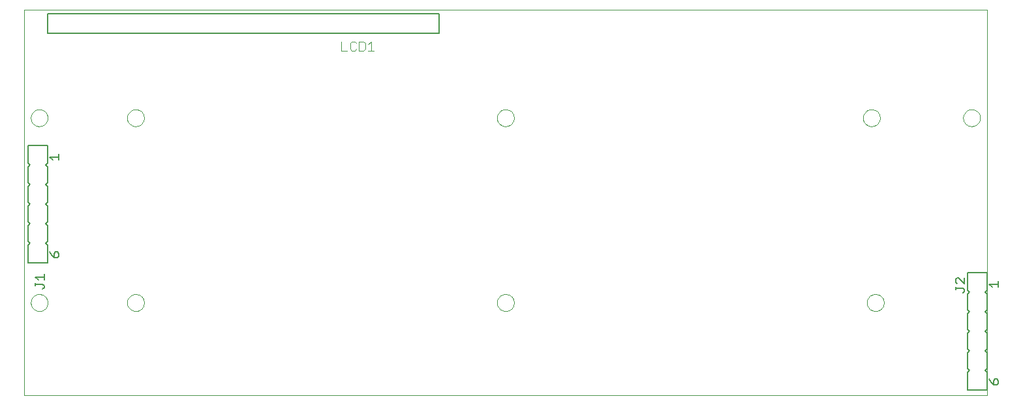
<source format=gto>
G75*
G70*
%OFA0B0*%
%FSLAX24Y24*%
%IPPOS*%
%LPD*%
%AMOC8*
5,1,8,0,0,1.08239X$1,22.5*
%
%ADD10C,0.0000*%
%ADD11C,0.0060*%
%ADD12C,0.0050*%
%ADD13C,0.0040*%
D10*
X001762Y001671D02*
X001762Y021392D01*
X050959Y021392D01*
X050959Y001671D01*
X001762Y001671D01*
X002093Y006408D02*
X002095Y006450D01*
X002101Y006491D01*
X002111Y006532D01*
X002125Y006571D01*
X002143Y006609D01*
X002164Y006645D01*
X002188Y006679D01*
X002216Y006710D01*
X002247Y006739D01*
X002280Y006764D01*
X002316Y006786D01*
X002353Y006805D01*
X002392Y006820D01*
X002433Y006831D01*
X002474Y006838D01*
X002516Y006841D01*
X002557Y006840D01*
X002599Y006835D01*
X002640Y006826D01*
X002680Y006813D01*
X002718Y006796D01*
X002754Y006776D01*
X002789Y006752D01*
X002821Y006725D01*
X002850Y006695D01*
X002876Y006663D01*
X002899Y006628D01*
X002919Y006590D01*
X002934Y006552D01*
X002946Y006512D01*
X002954Y006471D01*
X002958Y006429D01*
X002958Y006387D01*
X002954Y006345D01*
X002946Y006304D01*
X002934Y006264D01*
X002919Y006226D01*
X002899Y006188D01*
X002876Y006153D01*
X002850Y006121D01*
X002821Y006091D01*
X002789Y006064D01*
X002754Y006040D01*
X002718Y006020D01*
X002680Y006003D01*
X002640Y005990D01*
X002599Y005981D01*
X002557Y005976D01*
X002516Y005975D01*
X002474Y005978D01*
X002433Y005985D01*
X002392Y005996D01*
X002353Y006011D01*
X002316Y006030D01*
X002280Y006052D01*
X002247Y006077D01*
X002216Y006106D01*
X002188Y006137D01*
X002164Y006171D01*
X002143Y006207D01*
X002125Y006245D01*
X002111Y006284D01*
X002101Y006325D01*
X002095Y006366D01*
X002093Y006408D01*
X007014Y006408D02*
X007016Y006450D01*
X007022Y006491D01*
X007032Y006532D01*
X007046Y006571D01*
X007064Y006609D01*
X007085Y006645D01*
X007109Y006679D01*
X007137Y006710D01*
X007168Y006739D01*
X007201Y006764D01*
X007237Y006786D01*
X007274Y006805D01*
X007313Y006820D01*
X007354Y006831D01*
X007395Y006838D01*
X007437Y006841D01*
X007478Y006840D01*
X007520Y006835D01*
X007561Y006826D01*
X007601Y006813D01*
X007639Y006796D01*
X007675Y006776D01*
X007710Y006752D01*
X007742Y006725D01*
X007771Y006695D01*
X007797Y006663D01*
X007820Y006628D01*
X007840Y006590D01*
X007855Y006552D01*
X007867Y006512D01*
X007875Y006471D01*
X007879Y006429D01*
X007879Y006387D01*
X007875Y006345D01*
X007867Y006304D01*
X007855Y006264D01*
X007840Y006226D01*
X007820Y006188D01*
X007797Y006153D01*
X007771Y006121D01*
X007742Y006091D01*
X007710Y006064D01*
X007675Y006040D01*
X007639Y006020D01*
X007601Y006003D01*
X007561Y005990D01*
X007520Y005981D01*
X007478Y005976D01*
X007437Y005975D01*
X007395Y005978D01*
X007354Y005985D01*
X007313Y005996D01*
X007274Y006011D01*
X007237Y006030D01*
X007201Y006052D01*
X007168Y006077D01*
X007137Y006106D01*
X007109Y006137D01*
X007085Y006171D01*
X007064Y006207D01*
X007046Y006245D01*
X007032Y006284D01*
X007022Y006325D01*
X007016Y006366D01*
X007014Y006408D01*
X025912Y006408D02*
X025914Y006450D01*
X025920Y006491D01*
X025930Y006532D01*
X025944Y006571D01*
X025962Y006609D01*
X025983Y006645D01*
X026007Y006679D01*
X026035Y006710D01*
X026066Y006739D01*
X026099Y006764D01*
X026135Y006786D01*
X026172Y006805D01*
X026211Y006820D01*
X026252Y006831D01*
X026293Y006838D01*
X026335Y006841D01*
X026376Y006840D01*
X026418Y006835D01*
X026459Y006826D01*
X026499Y006813D01*
X026537Y006796D01*
X026573Y006776D01*
X026608Y006752D01*
X026640Y006725D01*
X026669Y006695D01*
X026695Y006663D01*
X026718Y006628D01*
X026738Y006590D01*
X026753Y006552D01*
X026765Y006512D01*
X026773Y006471D01*
X026777Y006429D01*
X026777Y006387D01*
X026773Y006345D01*
X026765Y006304D01*
X026753Y006264D01*
X026738Y006226D01*
X026718Y006188D01*
X026695Y006153D01*
X026669Y006121D01*
X026640Y006091D01*
X026608Y006064D01*
X026573Y006040D01*
X026537Y006020D01*
X026499Y006003D01*
X026459Y005990D01*
X026418Y005981D01*
X026376Y005976D01*
X026335Y005975D01*
X026293Y005978D01*
X026252Y005985D01*
X026211Y005996D01*
X026172Y006011D01*
X026135Y006030D01*
X026099Y006052D01*
X026066Y006077D01*
X026035Y006106D01*
X026007Y006137D01*
X025983Y006171D01*
X025962Y006207D01*
X025944Y006245D01*
X025930Y006284D01*
X025920Y006325D01*
X025914Y006366D01*
X025912Y006408D01*
X044809Y006408D02*
X044811Y006450D01*
X044817Y006491D01*
X044827Y006532D01*
X044841Y006571D01*
X044859Y006609D01*
X044880Y006645D01*
X044904Y006679D01*
X044932Y006710D01*
X044963Y006739D01*
X044996Y006764D01*
X045032Y006786D01*
X045069Y006805D01*
X045108Y006820D01*
X045149Y006831D01*
X045190Y006838D01*
X045232Y006841D01*
X045273Y006840D01*
X045315Y006835D01*
X045356Y006826D01*
X045396Y006813D01*
X045434Y006796D01*
X045470Y006776D01*
X045505Y006752D01*
X045537Y006725D01*
X045566Y006695D01*
X045592Y006663D01*
X045615Y006628D01*
X045635Y006590D01*
X045650Y006552D01*
X045662Y006512D01*
X045670Y006471D01*
X045674Y006429D01*
X045674Y006387D01*
X045670Y006345D01*
X045662Y006304D01*
X045650Y006264D01*
X045635Y006226D01*
X045615Y006188D01*
X045592Y006153D01*
X045566Y006121D01*
X045537Y006091D01*
X045505Y006064D01*
X045470Y006040D01*
X045434Y006020D01*
X045396Y006003D01*
X045356Y005990D01*
X045315Y005981D01*
X045273Y005976D01*
X045232Y005975D01*
X045190Y005978D01*
X045149Y005985D01*
X045108Y005996D01*
X045069Y006011D01*
X045032Y006030D01*
X044996Y006052D01*
X044963Y006077D01*
X044932Y006106D01*
X044904Y006137D01*
X044880Y006171D01*
X044859Y006207D01*
X044841Y006245D01*
X044827Y006284D01*
X044817Y006325D01*
X044811Y006366D01*
X044809Y006408D01*
X044612Y015856D02*
X044614Y015898D01*
X044620Y015939D01*
X044630Y015980D01*
X044644Y016019D01*
X044662Y016057D01*
X044683Y016093D01*
X044707Y016127D01*
X044735Y016158D01*
X044766Y016187D01*
X044799Y016212D01*
X044835Y016234D01*
X044872Y016253D01*
X044911Y016268D01*
X044952Y016279D01*
X044993Y016286D01*
X045035Y016289D01*
X045076Y016288D01*
X045118Y016283D01*
X045159Y016274D01*
X045199Y016261D01*
X045237Y016244D01*
X045273Y016224D01*
X045308Y016200D01*
X045340Y016173D01*
X045369Y016143D01*
X045395Y016111D01*
X045418Y016076D01*
X045438Y016038D01*
X045453Y016000D01*
X045465Y015960D01*
X045473Y015919D01*
X045477Y015877D01*
X045477Y015835D01*
X045473Y015793D01*
X045465Y015752D01*
X045453Y015712D01*
X045438Y015674D01*
X045418Y015636D01*
X045395Y015601D01*
X045369Y015569D01*
X045340Y015539D01*
X045308Y015512D01*
X045273Y015488D01*
X045237Y015468D01*
X045199Y015451D01*
X045159Y015438D01*
X045118Y015429D01*
X045076Y015424D01*
X045035Y015423D01*
X044993Y015426D01*
X044952Y015433D01*
X044911Y015444D01*
X044872Y015459D01*
X044835Y015478D01*
X044799Y015500D01*
X044766Y015525D01*
X044735Y015554D01*
X044707Y015585D01*
X044683Y015619D01*
X044662Y015655D01*
X044644Y015693D01*
X044630Y015732D01*
X044620Y015773D01*
X044614Y015814D01*
X044612Y015856D01*
X049730Y015856D02*
X049732Y015898D01*
X049738Y015939D01*
X049748Y015980D01*
X049762Y016019D01*
X049780Y016057D01*
X049801Y016093D01*
X049825Y016127D01*
X049853Y016158D01*
X049884Y016187D01*
X049917Y016212D01*
X049953Y016234D01*
X049990Y016253D01*
X050029Y016268D01*
X050070Y016279D01*
X050111Y016286D01*
X050153Y016289D01*
X050194Y016288D01*
X050236Y016283D01*
X050277Y016274D01*
X050317Y016261D01*
X050355Y016244D01*
X050391Y016224D01*
X050426Y016200D01*
X050458Y016173D01*
X050487Y016143D01*
X050513Y016111D01*
X050536Y016076D01*
X050556Y016038D01*
X050571Y016000D01*
X050583Y015960D01*
X050591Y015919D01*
X050595Y015877D01*
X050595Y015835D01*
X050591Y015793D01*
X050583Y015752D01*
X050571Y015712D01*
X050556Y015674D01*
X050536Y015636D01*
X050513Y015601D01*
X050487Y015569D01*
X050458Y015539D01*
X050426Y015512D01*
X050391Y015488D01*
X050355Y015468D01*
X050317Y015451D01*
X050277Y015438D01*
X050236Y015429D01*
X050194Y015424D01*
X050153Y015423D01*
X050111Y015426D01*
X050070Y015433D01*
X050029Y015444D01*
X049990Y015459D01*
X049953Y015478D01*
X049917Y015500D01*
X049884Y015525D01*
X049853Y015554D01*
X049825Y015585D01*
X049801Y015619D01*
X049780Y015655D01*
X049762Y015693D01*
X049748Y015732D01*
X049738Y015773D01*
X049732Y015814D01*
X049730Y015856D01*
X025912Y015856D02*
X025914Y015898D01*
X025920Y015939D01*
X025930Y015980D01*
X025944Y016019D01*
X025962Y016057D01*
X025983Y016093D01*
X026007Y016127D01*
X026035Y016158D01*
X026066Y016187D01*
X026099Y016212D01*
X026135Y016234D01*
X026172Y016253D01*
X026211Y016268D01*
X026252Y016279D01*
X026293Y016286D01*
X026335Y016289D01*
X026376Y016288D01*
X026418Y016283D01*
X026459Y016274D01*
X026499Y016261D01*
X026537Y016244D01*
X026573Y016224D01*
X026608Y016200D01*
X026640Y016173D01*
X026669Y016143D01*
X026695Y016111D01*
X026718Y016076D01*
X026738Y016038D01*
X026753Y016000D01*
X026765Y015960D01*
X026773Y015919D01*
X026777Y015877D01*
X026777Y015835D01*
X026773Y015793D01*
X026765Y015752D01*
X026753Y015712D01*
X026738Y015674D01*
X026718Y015636D01*
X026695Y015601D01*
X026669Y015569D01*
X026640Y015539D01*
X026608Y015512D01*
X026573Y015488D01*
X026537Y015468D01*
X026499Y015451D01*
X026459Y015438D01*
X026418Y015429D01*
X026376Y015424D01*
X026335Y015423D01*
X026293Y015426D01*
X026252Y015433D01*
X026211Y015444D01*
X026172Y015459D01*
X026135Y015478D01*
X026099Y015500D01*
X026066Y015525D01*
X026035Y015554D01*
X026007Y015585D01*
X025983Y015619D01*
X025962Y015655D01*
X025944Y015693D01*
X025930Y015732D01*
X025920Y015773D01*
X025914Y015814D01*
X025912Y015856D01*
X007014Y015856D02*
X007016Y015898D01*
X007022Y015939D01*
X007032Y015980D01*
X007046Y016019D01*
X007064Y016057D01*
X007085Y016093D01*
X007109Y016127D01*
X007137Y016158D01*
X007168Y016187D01*
X007201Y016212D01*
X007237Y016234D01*
X007274Y016253D01*
X007313Y016268D01*
X007354Y016279D01*
X007395Y016286D01*
X007437Y016289D01*
X007478Y016288D01*
X007520Y016283D01*
X007561Y016274D01*
X007601Y016261D01*
X007639Y016244D01*
X007675Y016224D01*
X007710Y016200D01*
X007742Y016173D01*
X007771Y016143D01*
X007797Y016111D01*
X007820Y016076D01*
X007840Y016038D01*
X007855Y016000D01*
X007867Y015960D01*
X007875Y015919D01*
X007879Y015877D01*
X007879Y015835D01*
X007875Y015793D01*
X007867Y015752D01*
X007855Y015712D01*
X007840Y015674D01*
X007820Y015636D01*
X007797Y015601D01*
X007771Y015569D01*
X007742Y015539D01*
X007710Y015512D01*
X007675Y015488D01*
X007639Y015468D01*
X007601Y015451D01*
X007561Y015438D01*
X007520Y015429D01*
X007478Y015424D01*
X007437Y015423D01*
X007395Y015426D01*
X007354Y015433D01*
X007313Y015444D01*
X007274Y015459D01*
X007237Y015478D01*
X007201Y015500D01*
X007168Y015525D01*
X007137Y015554D01*
X007109Y015585D01*
X007085Y015619D01*
X007064Y015655D01*
X007046Y015693D01*
X007032Y015732D01*
X007022Y015773D01*
X007016Y015814D01*
X007014Y015856D01*
X002093Y015856D02*
X002095Y015898D01*
X002101Y015939D01*
X002111Y015980D01*
X002125Y016019D01*
X002143Y016057D01*
X002164Y016093D01*
X002188Y016127D01*
X002216Y016158D01*
X002247Y016187D01*
X002280Y016212D01*
X002316Y016234D01*
X002353Y016253D01*
X002392Y016268D01*
X002433Y016279D01*
X002474Y016286D01*
X002516Y016289D01*
X002557Y016288D01*
X002599Y016283D01*
X002640Y016274D01*
X002680Y016261D01*
X002718Y016244D01*
X002754Y016224D01*
X002789Y016200D01*
X002821Y016173D01*
X002850Y016143D01*
X002876Y016111D01*
X002899Y016076D01*
X002919Y016038D01*
X002934Y016000D01*
X002946Y015960D01*
X002954Y015919D01*
X002958Y015877D01*
X002958Y015835D01*
X002954Y015793D01*
X002946Y015752D01*
X002934Y015712D01*
X002919Y015674D01*
X002899Y015636D01*
X002876Y015601D01*
X002850Y015569D01*
X002821Y015539D01*
X002789Y015512D01*
X002754Y015488D01*
X002718Y015468D01*
X002680Y015451D01*
X002640Y015438D01*
X002599Y015429D01*
X002557Y015424D01*
X002516Y015423D01*
X002474Y015426D01*
X002433Y015433D01*
X002392Y015444D01*
X002353Y015459D01*
X002316Y015478D01*
X002280Y015500D01*
X002247Y015525D01*
X002216Y015554D01*
X002188Y015585D01*
X002164Y015619D01*
X002143Y015655D01*
X002125Y015693D01*
X002111Y015732D01*
X002101Y015773D01*
X002095Y015814D01*
X002093Y015856D01*
D11*
X001935Y014433D02*
X001935Y013533D01*
X002035Y013433D01*
X001935Y013333D01*
X001935Y012533D01*
X002035Y012433D01*
X001935Y012333D01*
X001935Y011533D01*
X002035Y011433D01*
X001935Y011333D01*
X001935Y010533D01*
X002035Y010433D01*
X001935Y010333D01*
X001935Y009533D01*
X002035Y009433D01*
X001935Y009333D01*
X001935Y008433D01*
X002935Y008433D01*
X002935Y009333D01*
X002835Y009433D01*
X002935Y009533D01*
X002935Y010333D01*
X002835Y010433D01*
X002935Y010533D01*
X002935Y011333D01*
X002835Y011433D01*
X002935Y011533D01*
X002935Y012333D01*
X002835Y012433D01*
X002935Y012533D01*
X002935Y013333D01*
X002835Y013433D01*
X002935Y013533D01*
X002935Y014433D01*
X001935Y014433D01*
X049935Y007933D02*
X049935Y007033D01*
X050035Y006933D01*
X049935Y006833D01*
X049935Y006033D01*
X050035Y005933D01*
X049935Y005833D01*
X049935Y005033D01*
X050035Y004933D01*
X049935Y004833D01*
X049935Y004033D01*
X050035Y003933D01*
X049935Y003833D01*
X049935Y003033D01*
X050035Y002933D01*
X049935Y002833D01*
X049935Y001933D01*
X050935Y001933D01*
X050935Y002833D01*
X050835Y002933D01*
X050935Y003033D01*
X050935Y003833D01*
X050835Y003933D01*
X050935Y004033D01*
X050935Y004833D01*
X050835Y004933D01*
X050935Y005033D01*
X050935Y005833D01*
X050835Y005933D01*
X050935Y006033D01*
X050935Y006833D01*
X050835Y006933D01*
X050935Y007033D01*
X050935Y007933D01*
X049935Y007933D01*
D12*
X049788Y007676D02*
X049788Y007376D01*
X049488Y007676D01*
X049413Y007676D01*
X049338Y007601D01*
X049338Y007451D01*
X049413Y007376D01*
X049338Y007216D02*
X049338Y007065D01*
X049338Y007141D02*
X049713Y007141D01*
X049788Y007065D01*
X049788Y006990D01*
X049713Y006915D01*
X051060Y007348D02*
X051510Y007348D01*
X051510Y007198D02*
X051510Y007498D01*
X051210Y007198D02*
X051060Y007348D01*
X051060Y002498D02*
X051135Y002348D01*
X051285Y002198D01*
X051285Y002423D01*
X051360Y002498D01*
X051435Y002498D01*
X051510Y002423D01*
X051510Y002273D01*
X051435Y002198D01*
X051285Y002198D01*
X022935Y020183D02*
X022935Y021183D01*
X002935Y021183D01*
X002935Y020183D01*
X022935Y020183D01*
X003510Y013998D02*
X003510Y013698D01*
X003510Y013848D02*
X003060Y013848D01*
X003210Y013698D01*
X003060Y008998D02*
X003135Y008848D01*
X003285Y008698D01*
X003285Y008923D01*
X003360Y008998D01*
X003435Y008998D01*
X003510Y008923D01*
X003510Y008773D01*
X003435Y008698D01*
X003285Y008698D01*
X002773Y007877D02*
X002773Y007576D01*
X002773Y007727D02*
X002322Y007727D01*
X002472Y007576D01*
X002322Y007416D02*
X002322Y007266D01*
X002322Y007341D02*
X002698Y007341D01*
X002773Y007266D01*
X002773Y007191D01*
X002698Y007116D01*
D13*
X017944Y019288D02*
X018251Y019288D01*
X018405Y019364D02*
X018481Y019288D01*
X018635Y019288D01*
X018712Y019364D01*
X018865Y019288D02*
X019095Y019288D01*
X019172Y019364D01*
X019172Y019671D01*
X019095Y019748D01*
X018865Y019748D01*
X018865Y019288D01*
X019325Y019288D02*
X019632Y019288D01*
X019479Y019288D02*
X019479Y019748D01*
X019325Y019595D01*
X018712Y019671D02*
X018635Y019748D01*
X018481Y019748D01*
X018405Y019671D01*
X018405Y019364D01*
X017944Y019288D02*
X017944Y019748D01*
M02*

</source>
